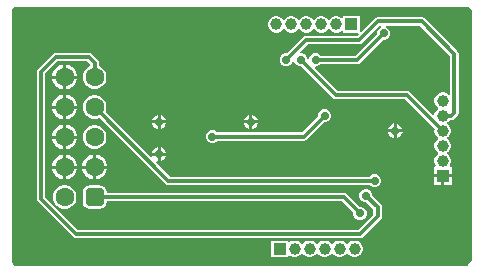
<source format=gbr>
%TF.GenerationSoftware,Altium Limited,Altium Designer,23.1.1 (15)*%
G04 Layer_Physical_Order=2*
G04 Layer_Color=16711680*
%FSLAX45Y45*%
%MOMM*%
%TF.SameCoordinates,911EB459-FC51-413D-8FB5-29AF24146691*%
%TF.FilePolarity,Positive*%
%TF.FileFunction,Copper,L2,Bot,Signal*%
%TF.Part,Single*%
G01*
G75*
%TA.AperFunction,Conductor*%
%ADD15C,0.30000*%
%TA.AperFunction,ComponentPad*%
%ADD17R,1.00000X1.00000*%
%ADD18C,1.00000*%
%ADD19C,1.60000*%
G04:AMPARAMS|DCode=20|XSize=1.6mm|YSize=1.6mm|CornerRadius=0.4mm|HoleSize=0mm|Usage=FLASHONLY|Rotation=90.000|XOffset=0mm|YOffset=0mm|HoleType=Round|Shape=RoundedRectangle|*
%AMROUNDEDRECTD20*
21,1,1.60000,0.80000,0,0,90.0*
21,1,0.80000,1.60000,0,0,90.0*
1,1,0.80000,0.40000,0.40000*
1,1,0.80000,0.40000,-0.40000*
1,1,0.80000,-0.40000,-0.40000*
1,1,0.80000,-0.40000,0.40000*
%
%ADD20ROUNDEDRECTD20*%
%ADD21R,1.00000X1.00000*%
%TA.AperFunction,ViaPad*%
%ADD22C,0.71120*%
G36*
X3950000Y2225000D02*
Y100000D01*
X3917677Y67677D01*
X3913474Y63474D01*
X3903589Y56869D01*
X3892605Y52319D01*
X3880944Y50000D01*
X75000D01*
X66809Y59307D01*
X59714Y69924D01*
X53280Y85458D01*
X50000Y101949D01*
Y110356D01*
Y2225000D01*
X61525Y2236526D01*
X71411Y2243131D01*
X82395Y2247681D01*
X94055Y2250000D01*
X3925000D01*
X3950000Y2225000D01*
D02*
G37*
%LPC*%
G36*
X2997000Y2170000D02*
X2857000D01*
Y2159955D01*
X2844300Y2154695D01*
X2842981Y2156014D01*
X2827019Y2165230D01*
X2809216Y2170000D01*
X2790784D01*
X2772981Y2165230D01*
X2757019Y2156014D01*
X2743986Y2142981D01*
X2742850Y2141013D01*
X2730150D01*
X2729014Y2142981D01*
X2715981Y2156014D01*
X2700019Y2165230D01*
X2682216Y2170000D01*
X2663784D01*
X2645981Y2165230D01*
X2630019Y2156014D01*
X2616986Y2142981D01*
X2615850Y2141013D01*
X2603150D01*
X2602014Y2142981D01*
X2588981Y2156014D01*
X2573019Y2165230D01*
X2555216Y2170000D01*
X2536784D01*
X2518981Y2165230D01*
X2503019Y2156014D01*
X2489986Y2142981D01*
X2488850Y2141013D01*
X2476150D01*
X2475014Y2142981D01*
X2461981Y2156014D01*
X2446019Y2165230D01*
X2428216Y2170000D01*
X2409784D01*
X2391981Y2165230D01*
X2376019Y2156014D01*
X2362986Y2142981D01*
X2361850Y2141013D01*
X2349150D01*
X2348014Y2142981D01*
X2334981Y2156014D01*
X2319019Y2165230D01*
X2301216Y2170000D01*
X2282784D01*
X2264981Y2165230D01*
X2249019Y2156014D01*
X2235986Y2142981D01*
X2226771Y2127019D01*
X2222000Y2109216D01*
Y2090784D01*
X2226771Y2072981D01*
X2235986Y2057019D01*
X2249019Y2043986D01*
X2264981Y2034771D01*
X2282784Y2030000D01*
X2301216D01*
X2319019Y2034771D01*
X2334981Y2043986D01*
X2348014Y2057019D01*
X2349150Y2058987D01*
X2361850D01*
X2362986Y2057019D01*
X2376019Y2043986D01*
X2391981Y2034771D01*
X2409784Y2030000D01*
X2428216D01*
X2446019Y2034771D01*
X2461981Y2043986D01*
X2475014Y2057019D01*
X2476150Y2058987D01*
X2488850D01*
X2489986Y2057019D01*
X2503019Y2043986D01*
X2518981Y2034771D01*
X2536784Y2030000D01*
X2555216D01*
X2573019Y2034771D01*
X2588981Y2043986D01*
X2602014Y2057019D01*
X2603150Y2058987D01*
X2615850D01*
X2616986Y2057019D01*
X2630019Y2043986D01*
X2645981Y2034771D01*
X2663784Y2030000D01*
X2682216D01*
X2700019Y2034771D01*
X2715981Y2043986D01*
X2729014Y2057019D01*
X2730150Y2058987D01*
X2742850D01*
X2743986Y2057019D01*
X2757019Y2043986D01*
X2772981Y2034771D01*
X2790784Y2030000D01*
X2809216D01*
X2827019Y2034771D01*
X2842981Y2043986D01*
X2844300Y2045306D01*
X2857000Y2040045D01*
Y2030000D01*
X2986572D01*
X2991833Y2017300D01*
X2976652Y2002120D01*
X2541434D01*
X2527778Y1999403D01*
X2516200Y1991668D01*
X2380093Y1855560D01*
X2363949D01*
X2343528Y1847101D01*
X2327899Y1831472D01*
X2319440Y1811051D01*
Y1788948D01*
X2327899Y1768528D01*
X2343528Y1752898D01*
X2363949Y1744440D01*
X2386052D01*
X2406472Y1752898D01*
X2422102Y1768528D01*
X2430560Y1788948D01*
Y1793015D01*
X2431740Y1793803D01*
X2441990Y1789885D01*
X2445068Y1787434D01*
X2452899Y1768528D01*
X2468528Y1752898D01*
X2488949Y1744440D01*
X2505093D01*
X2772003Y1477529D01*
X2783581Y1469794D01*
X2797237Y1467077D01*
X3381610D01*
X3632002Y1216686D01*
X3630000Y1209216D01*
Y1190785D01*
X3634770Y1172981D01*
X3643986Y1157019D01*
X3657019Y1143986D01*
X3658987Y1142850D01*
Y1130150D01*
X3657019Y1129014D01*
X3643986Y1115981D01*
X3634770Y1100019D01*
X3630000Y1082216D01*
Y1063785D01*
X3634770Y1045981D01*
X3643986Y1030019D01*
X3657019Y1016986D01*
X3658987Y1015850D01*
Y1003150D01*
X3657019Y1002014D01*
X3643986Y988981D01*
X3634770Y973019D01*
X3630000Y955216D01*
Y936785D01*
X3634770Y918981D01*
X3641630Y907100D01*
X3635945Y894400D01*
X3624600D01*
Y831700D01*
X3700000D01*
X3775400D01*
Y894400D01*
X3764055D01*
X3758370Y907100D01*
X3765229Y918981D01*
X3770000Y936785D01*
Y955216D01*
X3765229Y973019D01*
X3756014Y988981D01*
X3742981Y1002014D01*
X3741013Y1003150D01*
Y1015850D01*
X3742981Y1016986D01*
X3756014Y1030019D01*
X3765229Y1045981D01*
X3770000Y1063785D01*
Y1082216D01*
X3765229Y1100019D01*
X3756014Y1115981D01*
X3742981Y1129014D01*
X3741013Y1130150D01*
Y1142850D01*
X3742981Y1143986D01*
X3756014Y1157019D01*
X3765229Y1172981D01*
X3770000Y1190785D01*
Y1209216D01*
X3765229Y1227019D01*
X3756014Y1242981D01*
X3742981Y1256014D01*
X3741013Y1257150D01*
Y1269850D01*
X3742981Y1270986D01*
X3756014Y1284019D01*
X3759071Y1289314D01*
X3775000D01*
X3788656Y1292031D01*
X3800234Y1299767D01*
X3825234Y1324766D01*
X3832969Y1336344D01*
X3835686Y1350000D01*
Y1850000D01*
X3832969Y1863656D01*
X3825234Y1875234D01*
X3550234Y2150234D01*
X3538656Y2157969D01*
X3525000Y2160686D01*
X3150000D01*
X3136344Y2157969D01*
X3124766Y2150234D01*
X3009700Y2035167D01*
X2997000Y2040428D01*
Y2170000D01*
D02*
G37*
G36*
X513876Y1759400D02*
X512700D01*
Y1666701D01*
X605400D01*
Y1667876D01*
X598217Y1694683D01*
X584341Y1718717D01*
X564717Y1738341D01*
X540683Y1752217D01*
X513876Y1759400D01*
D02*
G37*
G36*
X487300D02*
X486124D01*
X459317Y1752217D01*
X435283Y1738341D01*
X415659Y1718717D01*
X401783Y1694683D01*
X394600Y1667876D01*
Y1666701D01*
X487300D01*
Y1759400D01*
D02*
G37*
G36*
X702276Y1860686D02*
X425000D01*
X411344Y1857969D01*
X399766Y1850234D01*
X274766Y1725234D01*
X267031Y1713656D01*
X264314Y1700000D01*
Y625000D01*
X267031Y611344D01*
X274766Y599766D01*
X574766Y299766D01*
X586344Y292031D01*
X600000Y289314D01*
X3000000D01*
X3013656Y292031D01*
X3025234Y299766D01*
X3175234Y449766D01*
X3182969Y461344D01*
X3185686Y475000D01*
Y550000D01*
X3182969Y563656D01*
X3175234Y575234D01*
X3105560Y644907D01*
Y661052D01*
X3097102Y681472D01*
X3081472Y697101D01*
X3061052Y705560D01*
X3038948D01*
X3018528Y697101D01*
X3002898Y681472D01*
X2994440Y661052D01*
Y638948D01*
X3002898Y618528D01*
X3018528Y602898D01*
X3038948Y594440D01*
X3055093D01*
X3114314Y535218D01*
Y489782D01*
X2985219Y360686D01*
X614781D01*
X335686Y639782D01*
Y1685219D01*
X439781Y1789314D01*
X687494D01*
X716249Y1760560D01*
X715708Y1752023D01*
X714359Y1746583D01*
X692599Y1734020D01*
X673980Y1715401D01*
X660815Y1692598D01*
X654000Y1667165D01*
Y1640835D01*
X660815Y1615402D01*
X673980Y1592599D01*
X692599Y1573980D01*
X715402Y1560815D01*
X740835Y1554000D01*
X767165D01*
X792598Y1560815D01*
X815401Y1573980D01*
X834020Y1592599D01*
X847185Y1615402D01*
X854000Y1640835D01*
Y1667165D01*
X847185Y1692598D01*
X834020Y1715401D01*
X815401Y1734020D01*
X792598Y1747185D01*
X791136Y1747577D01*
Y1771826D01*
X788419Y1785482D01*
X780684Y1797060D01*
X727510Y1850234D01*
X715932Y1857969D01*
X702276Y1860686D01*
D02*
G37*
G36*
X605400Y1641301D02*
X512700D01*
Y1548600D01*
X513876D01*
X540683Y1555783D01*
X564717Y1569659D01*
X584341Y1589283D01*
X598217Y1613317D01*
X605400Y1640124D01*
Y1641301D01*
D02*
G37*
G36*
X487300D02*
X394600D01*
Y1640124D01*
X401783Y1613317D01*
X415659Y1589283D01*
X435283Y1569659D01*
X459317Y1555783D01*
X486124Y1548600D01*
X487300D01*
Y1641301D01*
D02*
G37*
G36*
X513876Y1505400D02*
X512700D01*
Y1412701D01*
X605400D01*
Y1413876D01*
X598217Y1440683D01*
X584341Y1464717D01*
X564717Y1484341D01*
X540683Y1498217D01*
X513876Y1505400D01*
D02*
G37*
G36*
X487300D02*
X486124D01*
X459317Y1498217D01*
X435283Y1484341D01*
X415659Y1464717D01*
X401783Y1440683D01*
X394600Y1413876D01*
Y1412701D01*
X487300D01*
Y1505400D01*
D02*
G37*
G36*
X605400Y1387301D02*
X512700D01*
Y1294600D01*
X513876D01*
X540683Y1301783D01*
X564717Y1315659D01*
X584341Y1335283D01*
X598217Y1359317D01*
X605400Y1386124D01*
Y1387301D01*
D02*
G37*
G36*
X487300D02*
X394600D01*
Y1386124D01*
X401783Y1359317D01*
X415659Y1335283D01*
X435283Y1315659D01*
X459317Y1301783D01*
X486124Y1294600D01*
X487300D01*
Y1387301D01*
D02*
G37*
G36*
X2087700Y1335722D02*
Y1287700D01*
X2135722D01*
X2126679Y1309531D01*
X2109531Y1326679D01*
X2087700Y1335722D01*
D02*
G37*
G36*
X2062300D02*
X2040469Y1326679D01*
X2023321Y1309531D01*
X2014278Y1287700D01*
X2062300D01*
Y1335722D01*
D02*
G37*
G36*
X1312700D02*
Y1287700D01*
X1360722D01*
X1351679Y1309531D01*
X1334531Y1326679D01*
X1312700Y1335722D01*
D02*
G37*
G36*
X1287300D02*
X1265469Y1326679D01*
X1248321Y1309531D01*
X1239278Y1287700D01*
X1287300D01*
Y1335722D01*
D02*
G37*
G36*
X2135722Y1262300D02*
X2087700D01*
Y1214278D01*
X2109531Y1223321D01*
X2126679Y1240469D01*
X2135722Y1262300D01*
D02*
G37*
G36*
X2062300D02*
X2014278D01*
X2023321Y1240469D01*
X2040469Y1223321D01*
X2062300Y1214278D01*
Y1262300D01*
D02*
G37*
G36*
X1360722D02*
X1312700D01*
Y1214278D01*
X1334531Y1223321D01*
X1351679Y1240469D01*
X1360722Y1262300D01*
D02*
G37*
G36*
X1287300D02*
X1239278D01*
X1248321Y1240469D01*
X1265469Y1223321D01*
X1287300Y1214278D01*
Y1262300D01*
D02*
G37*
G36*
X3312700Y1260722D02*
Y1212700D01*
X3360722D01*
X3351679Y1234531D01*
X3334531Y1251679D01*
X3312700Y1260722D01*
D02*
G37*
G36*
X3287300D02*
X3265469Y1251679D01*
X3248321Y1234531D01*
X3239278Y1212700D01*
X3287300D01*
Y1260722D01*
D02*
G37*
G36*
X2711051Y1380560D02*
X2688948D01*
X2668528Y1372102D01*
X2652898Y1356472D01*
X2644440Y1336052D01*
Y1319907D01*
X2510218Y1185686D01*
X1792888D01*
X1781472Y1197101D01*
X1761052Y1205560D01*
X1738949D01*
X1718528Y1197101D01*
X1702899Y1181472D01*
X1694440Y1161052D01*
Y1138948D01*
X1702899Y1118528D01*
X1718528Y1102898D01*
X1738949Y1094440D01*
X1761052D01*
X1781472Y1102898D01*
X1792888Y1114314D01*
X2525000D01*
X2538656Y1117031D01*
X2550233Y1124766D01*
X2694907Y1269440D01*
X2711051D01*
X2731472Y1277899D01*
X2747101Y1293528D01*
X2755560Y1313949D01*
Y1336052D01*
X2747101Y1356472D01*
X2731472Y1372102D01*
X2711051Y1380560D01*
D02*
G37*
G36*
X513876Y1251400D02*
X512700D01*
Y1158701D01*
X605400D01*
Y1159876D01*
X598217Y1186683D01*
X584341Y1210717D01*
X564717Y1230341D01*
X540683Y1244217D01*
X513876Y1251400D01*
D02*
G37*
G36*
X487300D02*
X486124D01*
X459317Y1244217D01*
X435283Y1230341D01*
X415659Y1210717D01*
X401783Y1186683D01*
X394600Y1159876D01*
Y1158701D01*
X487300D01*
Y1251400D01*
D02*
G37*
G36*
X3360722Y1187300D02*
X3312700D01*
Y1139278D01*
X3334531Y1148321D01*
X3351679Y1165469D01*
X3360722Y1187300D01*
D02*
G37*
G36*
X3287300D02*
X3239278D01*
X3248321Y1165469D01*
X3265469Y1148321D01*
X3287300Y1139278D01*
Y1187300D01*
D02*
G37*
G36*
X767165Y1246000D02*
X740835D01*
X715402Y1239185D01*
X692599Y1226020D01*
X673980Y1207401D01*
X660815Y1184598D01*
X654000Y1159165D01*
Y1132835D01*
X660815Y1107402D01*
X673980Y1084599D01*
X692599Y1065980D01*
X715402Y1052815D01*
X740835Y1046000D01*
X767165D01*
X792598Y1052815D01*
X815401Y1065980D01*
X834020Y1084599D01*
X847185Y1107402D01*
X854000Y1132835D01*
Y1159165D01*
X847185Y1184598D01*
X834020Y1207401D01*
X815401Y1226020D01*
X792598Y1239185D01*
X767165Y1246000D01*
D02*
G37*
G36*
X605400Y1133301D02*
X512700D01*
Y1040600D01*
X513876D01*
X540683Y1047783D01*
X564717Y1061659D01*
X584341Y1081283D01*
X598217Y1105317D01*
X605400Y1132124D01*
Y1133301D01*
D02*
G37*
G36*
X487300D02*
X394600D01*
Y1132124D01*
X401783Y1105317D01*
X415659Y1081283D01*
X435283Y1061659D01*
X459317Y1047783D01*
X486124Y1040600D01*
X487300D01*
Y1133301D01*
D02*
G37*
G36*
X1312700Y1060722D02*
Y1012700D01*
X1360722D01*
X1351679Y1034531D01*
X1334531Y1051679D01*
X1312700Y1060722D01*
D02*
G37*
G36*
X1287300D02*
X1265469Y1051679D01*
X1248321Y1034531D01*
X1239278Y1012700D01*
X1287300D01*
Y1060722D01*
D02*
G37*
G36*
X1360722Y987300D02*
X1312700D01*
Y939278D01*
X1334531Y948321D01*
X1351679Y965469D01*
X1360722Y987300D01*
D02*
G37*
G36*
X767165Y1500000D02*
X740835D01*
X715402Y1493185D01*
X692599Y1480020D01*
X673980Y1461401D01*
X660815Y1438598D01*
X654000Y1413165D01*
Y1386835D01*
X660815Y1361402D01*
X673980Y1338599D01*
X692599Y1319980D01*
X715402Y1306815D01*
X740835Y1300000D01*
X767165D01*
X792598Y1306815D01*
X795210Y1308323D01*
X1353766Y749766D01*
X1365344Y742031D01*
X1379000Y739314D01*
X3082112D01*
X3093528Y727898D01*
X3113949Y719440D01*
X3136052D01*
X3156472Y727898D01*
X3172102Y743528D01*
X3180560Y763948D01*
Y786052D01*
X3172102Y806472D01*
X3156472Y822101D01*
X3136052Y830560D01*
X3113949D01*
X3093528Y822101D01*
X3082112Y810686D01*
X1393782D01*
X1273021Y931446D01*
X1280215Y942212D01*
X1287300Y939278D01*
Y987300D01*
X1239278D01*
X1242212Y980215D01*
X1231446Y973021D01*
X845677Y1358790D01*
X847185Y1361402D01*
X854000Y1386835D01*
Y1413165D01*
X847185Y1438598D01*
X834020Y1461401D01*
X815401Y1480020D01*
X792598Y1493185D01*
X767165Y1500000D01*
D02*
G37*
G36*
X767876Y997400D02*
X766700D01*
Y904701D01*
X859400D01*
Y905876D01*
X852217Y932683D01*
X838341Y956717D01*
X818717Y976341D01*
X794683Y990217D01*
X767876Y997400D01*
D02*
G37*
G36*
X513876D02*
X512700D01*
Y904701D01*
X605400D01*
Y905876D01*
X598217Y932683D01*
X584341Y956717D01*
X564717Y976341D01*
X540683Y990217D01*
X513876Y997400D01*
D02*
G37*
G36*
X741300D02*
X740124D01*
X713317Y990217D01*
X689283Y976341D01*
X669659Y956717D01*
X655783Y932683D01*
X648600Y905876D01*
Y904701D01*
X741300D01*
Y997400D01*
D02*
G37*
G36*
X487300D02*
X486124D01*
X459317Y990217D01*
X435283Y976341D01*
X415659Y956717D01*
X401783Y932683D01*
X394600Y905876D01*
Y904701D01*
X487300D01*
Y997400D01*
D02*
G37*
G36*
X859400Y879301D02*
X766700D01*
Y786600D01*
X767876D01*
X794683Y793783D01*
X818717Y807659D01*
X838341Y827283D01*
X852217Y851317D01*
X859400Y878124D01*
Y879301D01*
D02*
G37*
G36*
X741300D02*
X648600D01*
Y878124D01*
X655783Y851317D01*
X669659Y827283D01*
X689283Y807659D01*
X713317Y793783D01*
X740124Y786600D01*
X741300D01*
Y879301D01*
D02*
G37*
G36*
X605400D02*
X512700D01*
Y786600D01*
X513876D01*
X540683Y793783D01*
X564717Y807659D01*
X584341Y827283D01*
X598217Y851317D01*
X605400Y878124D01*
Y879301D01*
D02*
G37*
G36*
X487300D02*
X394600D01*
Y878124D01*
X401783Y851317D01*
X415659Y827283D01*
X435283Y807659D01*
X459317Y793783D01*
X486124Y786600D01*
X487300D01*
Y879301D01*
D02*
G37*
G36*
X3775400Y806300D02*
X3712700D01*
Y743600D01*
X3775400D01*
Y806300D01*
D02*
G37*
G36*
X3687300D02*
X3624600D01*
Y743600D01*
X3687300D01*
Y806300D01*
D02*
G37*
G36*
X513165Y738000D02*
X486835D01*
X461402Y731185D01*
X438599Y718020D01*
X419980Y699401D01*
X406815Y676598D01*
X400000Y651165D01*
Y624835D01*
X406815Y599402D01*
X419980Y576599D01*
X438599Y557980D01*
X461402Y544815D01*
X486835Y538000D01*
X513165D01*
X538598Y544815D01*
X561401Y557980D01*
X580020Y576599D01*
X593185Y599402D01*
X600000Y624835D01*
Y651165D01*
X593185Y676598D01*
X580020Y699401D01*
X561401Y718020D01*
X538598Y731185D01*
X513165Y738000D01*
D02*
G37*
G36*
X794000Y739175D02*
X714000D01*
X690589Y734519D01*
X670743Y721257D01*
X657481Y701411D01*
X652825Y678000D01*
Y598000D01*
X657481Y574589D01*
X670743Y554743D01*
X690589Y541481D01*
X714000Y536825D01*
X794000D01*
X817411Y541481D01*
X837257Y554743D01*
X850519Y574589D01*
X855175Y598000D01*
Y602314D01*
X2847219D01*
X2944440Y505093D01*
Y488948D01*
X2952899Y468528D01*
X2968528Y452899D01*
X2988949Y444440D01*
X3011052D01*
X3031472Y452899D01*
X3047102Y468528D01*
X3055560Y488948D01*
Y511052D01*
X3047102Y531472D01*
X3031472Y547102D01*
X3011052Y555560D01*
X2994907D01*
X2887234Y663234D01*
X2875656Y670969D01*
X2862000Y673686D01*
X855175D01*
Y678000D01*
X850519Y701411D01*
X837257Y721257D01*
X817411Y734519D01*
X794000Y739175D01*
D02*
G37*
G36*
X2963216Y270000D02*
X2944784D01*
X2926981Y265230D01*
X2911019Y256014D01*
X2897986Y242981D01*
X2896850Y241013D01*
X2884150D01*
X2883014Y242981D01*
X2869981Y256014D01*
X2854019Y265230D01*
X2836216Y270000D01*
X2817784D01*
X2799981Y265230D01*
X2784019Y256014D01*
X2770986Y242981D01*
X2769850Y241013D01*
X2757150D01*
X2756014Y242981D01*
X2742981Y256014D01*
X2727019Y265230D01*
X2709216Y270000D01*
X2690784D01*
X2672981Y265230D01*
X2657019Y256014D01*
X2643986Y242981D01*
X2642850Y241013D01*
X2630150D01*
X2629014Y242981D01*
X2615981Y256014D01*
X2600019Y265230D01*
X2582216Y270000D01*
X2563784D01*
X2545981Y265230D01*
X2530019Y256014D01*
X2516986Y242981D01*
X2515850Y241013D01*
X2503150D01*
X2502014Y242981D01*
X2488981Y256014D01*
X2473019Y265230D01*
X2455216Y270000D01*
X2436784D01*
X2418981Y265230D01*
X2403019Y256014D01*
X2401700Y254695D01*
X2389000Y259955D01*
Y270000D01*
X2249000D01*
Y130000D01*
X2389000D01*
Y140045D01*
X2401700Y145306D01*
X2403019Y143986D01*
X2418981Y134771D01*
X2436784Y130000D01*
X2455216D01*
X2473019Y134771D01*
X2488981Y143986D01*
X2502014Y157019D01*
X2503150Y158987D01*
X2515850D01*
X2516986Y157019D01*
X2530019Y143986D01*
X2545981Y134771D01*
X2563784Y130000D01*
X2582216D01*
X2600019Y134771D01*
X2615981Y143986D01*
X2629014Y157019D01*
X2630150Y158987D01*
X2642850D01*
X2643986Y157019D01*
X2657019Y143986D01*
X2672981Y134771D01*
X2690784Y130000D01*
X2709216D01*
X2727019Y134771D01*
X2742981Y143986D01*
X2756014Y157019D01*
X2757150Y158987D01*
X2769850D01*
X2770986Y157019D01*
X2784019Y143986D01*
X2799981Y134771D01*
X2817784Y130000D01*
X2836216D01*
X2854019Y134771D01*
X2869981Y143986D01*
X2883014Y157019D01*
X2884150Y158987D01*
X2896850D01*
X2897986Y157019D01*
X2911019Y143986D01*
X2926981Y134771D01*
X2944784Y130000D01*
X2963216D01*
X2981019Y134771D01*
X2996981Y143986D01*
X3010014Y157019D01*
X3019229Y172981D01*
X3024000Y190784D01*
Y209216D01*
X3019229Y227019D01*
X3010014Y242981D01*
X2996981Y256014D01*
X2981019Y265230D01*
X2963216Y270000D01*
D02*
G37*
%LPD*%
G36*
X3179423Y2076614D02*
X3168528Y2072102D01*
X3152898Y2056472D01*
X3144440Y2036052D01*
Y2019907D01*
X2960218Y1835686D01*
X2667888D01*
X2656472Y1847101D01*
X2636052Y1855560D01*
X2613949D01*
X2593528Y1847101D01*
X2577899Y1831472D01*
X2570068Y1812566D01*
X2566990Y1810115D01*
X2556740Y1806197D01*
X2555560Y1806985D01*
Y1811051D01*
X2547102Y1831472D01*
X2531472Y1847101D01*
X2511052Y1855560D01*
X2498988D01*
X2493727Y1868260D01*
X2556216Y1930748D01*
X2991434D01*
X3005090Y1933465D01*
X3016668Y1941200D01*
X3164782Y2089314D01*
X3176896D01*
X3179423Y2076614D01*
D02*
G37*
G36*
X3764314Y1835219D02*
Y1506641D01*
X3751614Y1501381D01*
X3742981Y1510014D01*
X3727019Y1519230D01*
X3709216Y1524000D01*
X3690784D01*
X3672981Y1519230D01*
X3657019Y1510014D01*
X3643986Y1496981D01*
X3634770Y1481019D01*
X3630000Y1463216D01*
Y1444785D01*
X3634770Y1426981D01*
X3643986Y1411019D01*
X3657019Y1397986D01*
X3658987Y1396850D01*
Y1384150D01*
X3657019Y1383014D01*
X3643986Y1369981D01*
X3634770Y1354019D01*
X3630289Y1337294D01*
X3624335Y1333869D01*
X3618267Y1331355D01*
X3421626Y1527997D01*
X3410048Y1535732D01*
X3396392Y1538449D01*
X2812019D01*
X2618727Y1731740D01*
X2623988Y1744440D01*
X2636052D01*
X2656472Y1752898D01*
X2667888Y1764314D01*
X2975000D01*
X2988656Y1767031D01*
X3000234Y1774766D01*
X3194907Y1969440D01*
X3211051D01*
X3231472Y1977899D01*
X3247101Y1993528D01*
X3255560Y2013948D01*
Y2036052D01*
X3247101Y2056472D01*
X3231472Y2072102D01*
X3220577Y2076614D01*
X3223104Y2089314D01*
X3510219D01*
X3764314Y1835219D01*
D02*
G37*
D15*
X2375000Y1800000D02*
X2541434Y1966434D01*
X3702000Y1325000D02*
X3775000D01*
X3700000Y1327000D02*
X3702000Y1325000D01*
X3800000Y1350000D02*
Y1850000D01*
X3775000Y1325000D02*
X3800000Y1350000D01*
X3150000Y2125000D02*
X3525000D01*
X3800000Y1850000D01*
X2991434Y1966434D02*
X3150000Y2125000D01*
X2541434Y1966434D02*
X2991434D01*
X2500000Y1800000D02*
X2797237Y1502763D01*
X3396392D01*
X3699155Y1200000D01*
X3700000D01*
X2975000Y1800000D02*
X3200000Y2025000D01*
X2625000Y1800000D02*
X2975000D01*
X2525000Y1150000D02*
X2700000Y1325000D01*
X1750000Y1150000D02*
X2525000D01*
X1379000Y775000D02*
X3125000D01*
X754000Y1400000D02*
X1379000Y775000D01*
X754000Y638000D02*
X2862000D01*
X3000000Y500000D01*
X754000Y1654000D02*
X755450Y1655450D01*
X702276Y1825000D02*
X755450Y1771826D01*
Y1655450D02*
Y1771826D01*
X425000Y1825000D02*
X702276D01*
X300000Y625000D02*
Y1700000D01*
X425000Y1825000D01*
X300000Y625000D02*
X600000Y325000D01*
X3000000D01*
X3150000Y475000D01*
Y550000D01*
X3050000Y650000D02*
X3150000Y550000D01*
D17*
X2927000Y2100000D02*
D03*
X2319000Y200000D02*
D03*
D18*
X2800000Y2100000D02*
D03*
X2673000D02*
D03*
X2546000D02*
D03*
X2419000D02*
D03*
X2292000D02*
D03*
X2446000Y200000D02*
D03*
X2573000D02*
D03*
X2700000D02*
D03*
X2827000D02*
D03*
X2954000D02*
D03*
X3700000Y946000D02*
D03*
Y1073000D02*
D03*
Y1200000D02*
D03*
Y1327000D02*
D03*
Y1454000D02*
D03*
D19*
X500000Y1654000D02*
D03*
Y1400000D02*
D03*
X754000Y1654000D02*
D03*
Y1400000D02*
D03*
X500000Y1146000D02*
D03*
X754000D02*
D03*
X500000Y892000D02*
D03*
X754000D02*
D03*
X500000Y638000D02*
D03*
D20*
X754000D02*
D03*
D21*
X3700000Y819000D02*
D03*
D22*
X3300000Y1200000D02*
D03*
X2075000Y1275000D02*
D03*
X2375000Y1800000D02*
D03*
X1300000Y1000000D02*
D03*
Y1275000D02*
D03*
X2500000Y1800000D02*
D03*
X2625000D02*
D03*
X3200000Y2025000D02*
D03*
X2700000Y1325000D02*
D03*
X1750000Y1150000D02*
D03*
X3125000Y775000D02*
D03*
X3000000Y500000D02*
D03*
X3050000Y650000D02*
D03*
%TF.MD5,d042e4ae8728baed20bc48a4598f45c9*%
M02*

</source>
